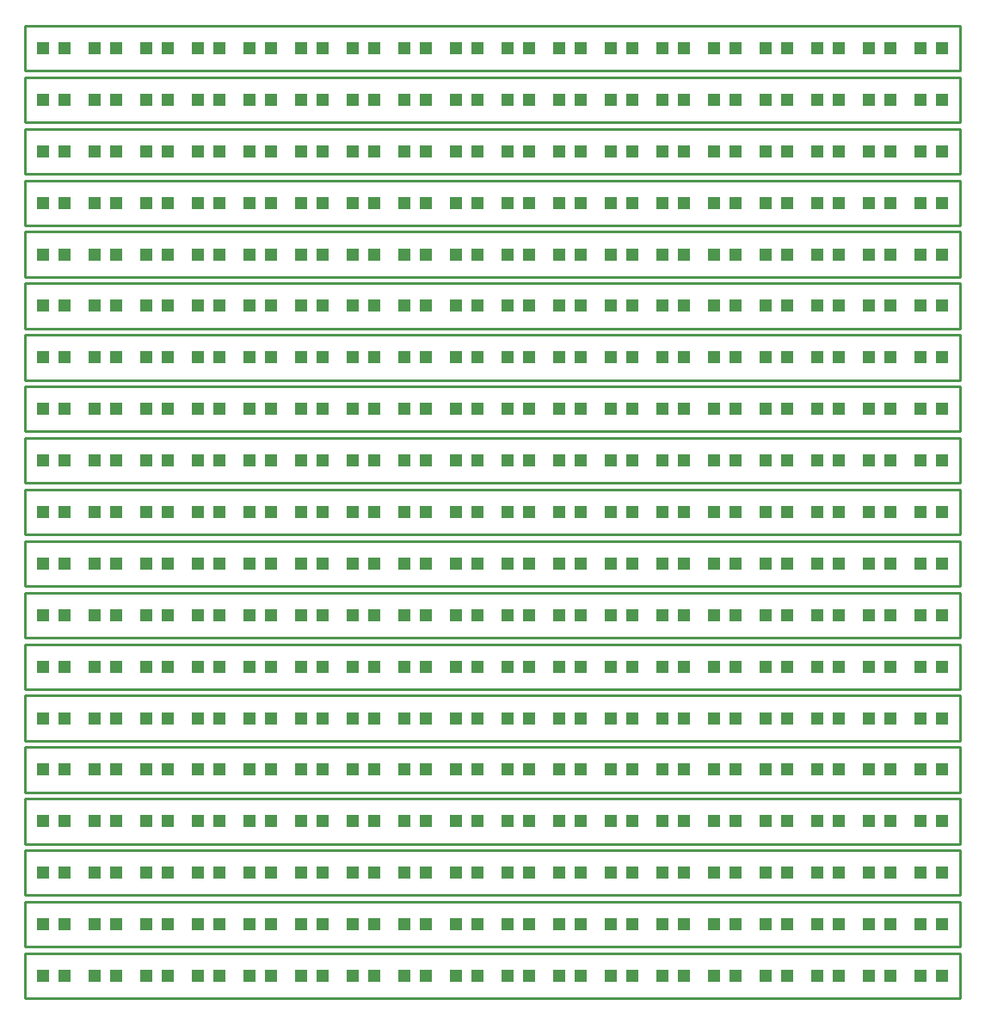
<source format=gts>
G75*
G70*
%OFA0B0*%
%FSLAX25Y25*%
%IPPOS*%
%LPD*%
%AMOC8*
5,1,8,0,0,1.08239X$1,22.5*
%
%ADD11C,0.01000*%
%ADD16R,0.05120X0.05120*%
X0010000Y0010000D02*
G75*
%LPD*%
D11*
X0010000Y0010000D02*
X0010000Y0027460D01*
X0372500Y0027460D01*
X0372500Y0010000D01*
X0010000Y0010000D01*
D16*
X0017120Y0018750D03*
X0025380Y0018750D03*
X0037120Y0018750D03*
X0045380Y0018750D03*
X0057120Y0018750D03*
X0065380Y0018750D03*
X0077120Y0018750D03*
X0085380Y0018750D03*
X0097120Y0018750D03*
X0105380Y0018750D03*
X0117120Y0018750D03*
X0125380Y0018750D03*
X0137120Y0018750D03*
X0145380Y0018750D03*
X0157120Y0018750D03*
X0165380Y0018750D03*
X0177120Y0018750D03*
X0185380Y0018750D03*
X0197120Y0018750D03*
X0205380Y0018750D03*
X0217120Y0018750D03*
X0225380Y0018750D03*
X0237120Y0018750D03*
X0245380Y0018750D03*
X0257120Y0018750D03*
X0265380Y0018750D03*
X0277120Y0018750D03*
X0285380Y0018750D03*
X0297120Y0018750D03*
X0305380Y0018750D03*
X0317120Y0018750D03*
X0325380Y0018750D03*
X0337120Y0018750D03*
X0345380Y0018750D03*
X0357120Y0018750D03*
X0365380Y0018750D03*
X0010000Y0029960D02*
G75*
%LPD*%
D11*
X0010000Y0029960D02*
X0010000Y0047420D01*
X0372500Y0047420D01*
X0372500Y0029960D01*
X0010000Y0029960D01*
D16*
X0017120Y0038710D03*
X0025380Y0038710D03*
X0037120Y0038710D03*
X0045380Y0038710D03*
X0057120Y0038710D03*
X0065380Y0038710D03*
X0077120Y0038710D03*
X0085380Y0038710D03*
X0097120Y0038710D03*
X0105380Y0038710D03*
X0117120Y0038710D03*
X0125380Y0038710D03*
X0137120Y0038710D03*
X0145380Y0038710D03*
X0157120Y0038710D03*
X0165380Y0038710D03*
X0177120Y0038710D03*
X0185380Y0038710D03*
X0197120Y0038710D03*
X0205380Y0038710D03*
X0217120Y0038710D03*
X0225380Y0038710D03*
X0237120Y0038710D03*
X0245380Y0038710D03*
X0257120Y0038710D03*
X0265380Y0038710D03*
X0277120Y0038710D03*
X0285380Y0038710D03*
X0297120Y0038710D03*
X0305380Y0038710D03*
X0317120Y0038710D03*
X0325380Y0038710D03*
X0337120Y0038710D03*
X0345380Y0038710D03*
X0357120Y0038710D03*
X0365380Y0038710D03*
X0010000Y0049920D02*
G75*
%LPD*%
D11*
X0010000Y0049920D02*
X0010000Y0067380D01*
X0372500Y0067380D01*
X0372500Y0049920D01*
X0010000Y0049920D01*
D16*
X0017120Y0058670D03*
X0025380Y0058670D03*
X0037120Y0058670D03*
X0045380Y0058670D03*
X0057120Y0058670D03*
X0065380Y0058670D03*
X0077120Y0058670D03*
X0085380Y0058670D03*
X0097120Y0058670D03*
X0105380Y0058670D03*
X0117120Y0058670D03*
X0125380Y0058670D03*
X0137120Y0058670D03*
X0145380Y0058670D03*
X0157120Y0058670D03*
X0165380Y0058670D03*
X0177120Y0058670D03*
X0185380Y0058670D03*
X0197120Y0058670D03*
X0205380Y0058670D03*
X0217120Y0058670D03*
X0225380Y0058670D03*
X0237120Y0058670D03*
X0245380Y0058670D03*
X0257120Y0058670D03*
X0265380Y0058670D03*
X0277120Y0058670D03*
X0285380Y0058670D03*
X0297120Y0058670D03*
X0305380Y0058670D03*
X0317120Y0058670D03*
X0325380Y0058670D03*
X0337120Y0058670D03*
X0345380Y0058670D03*
X0357120Y0058670D03*
X0365380Y0058670D03*
X0010000Y0069880D02*
G75*
%LPD*%
D11*
X0010000Y0069880D02*
X0010000Y0087340D01*
X0372500Y0087340D01*
X0372500Y0069880D01*
X0010000Y0069880D01*
D16*
X0017120Y0078630D03*
X0025380Y0078630D03*
X0037120Y0078630D03*
X0045380Y0078630D03*
X0057120Y0078630D03*
X0065380Y0078630D03*
X0077120Y0078630D03*
X0085380Y0078630D03*
X0097120Y0078630D03*
X0105380Y0078630D03*
X0117120Y0078630D03*
X0125380Y0078630D03*
X0137120Y0078630D03*
X0145380Y0078630D03*
X0157120Y0078630D03*
X0165380Y0078630D03*
X0177120Y0078630D03*
X0185380Y0078630D03*
X0197120Y0078630D03*
X0205380Y0078630D03*
X0217120Y0078630D03*
X0225380Y0078630D03*
X0237120Y0078630D03*
X0245380Y0078630D03*
X0257120Y0078630D03*
X0265380Y0078630D03*
X0277120Y0078630D03*
X0285380Y0078630D03*
X0297120Y0078630D03*
X0305380Y0078630D03*
X0317120Y0078630D03*
X0325380Y0078630D03*
X0337120Y0078630D03*
X0345380Y0078630D03*
X0357120Y0078630D03*
X0365380Y0078630D03*
X0010000Y0089840D02*
G75*
%LPD*%
D11*
X0010000Y0089840D02*
X0010000Y0107300D01*
X0372500Y0107300D01*
X0372500Y0089840D01*
X0010000Y0089840D01*
D16*
X0017120Y0098590D03*
X0025380Y0098590D03*
X0037120Y0098590D03*
X0045380Y0098590D03*
X0057120Y0098590D03*
X0065380Y0098590D03*
X0077120Y0098590D03*
X0085380Y0098590D03*
X0097120Y0098590D03*
X0105380Y0098590D03*
X0117120Y0098590D03*
X0125380Y0098590D03*
X0137120Y0098590D03*
X0145380Y0098590D03*
X0157120Y0098590D03*
X0165380Y0098590D03*
X0177120Y0098590D03*
X0185380Y0098590D03*
X0197120Y0098590D03*
X0205380Y0098590D03*
X0217120Y0098590D03*
X0225380Y0098590D03*
X0237120Y0098590D03*
X0245380Y0098590D03*
X0257120Y0098590D03*
X0265380Y0098590D03*
X0277120Y0098590D03*
X0285380Y0098590D03*
X0297120Y0098590D03*
X0305380Y0098590D03*
X0317120Y0098590D03*
X0325380Y0098590D03*
X0337120Y0098590D03*
X0345380Y0098590D03*
X0357120Y0098590D03*
X0365380Y0098590D03*
X0010000Y0109800D02*
G75*
%LPD*%
D11*
X0010000Y0109800D02*
X0010000Y0127260D01*
X0372500Y0127260D01*
X0372500Y0109800D01*
X0010000Y0109800D01*
D16*
X0017120Y0118550D03*
X0025380Y0118550D03*
X0037120Y0118550D03*
X0045380Y0118550D03*
X0057120Y0118550D03*
X0065380Y0118550D03*
X0077120Y0118550D03*
X0085380Y0118550D03*
X0097120Y0118550D03*
X0105380Y0118550D03*
X0117120Y0118550D03*
X0125380Y0118550D03*
X0137120Y0118550D03*
X0145380Y0118550D03*
X0157120Y0118550D03*
X0165380Y0118550D03*
X0177120Y0118550D03*
X0185380Y0118550D03*
X0197120Y0118550D03*
X0205380Y0118550D03*
X0217120Y0118550D03*
X0225380Y0118550D03*
X0237120Y0118550D03*
X0245380Y0118550D03*
X0257120Y0118550D03*
X0265380Y0118550D03*
X0277120Y0118550D03*
X0285380Y0118550D03*
X0297120Y0118550D03*
X0305380Y0118550D03*
X0317120Y0118550D03*
X0325380Y0118550D03*
X0337120Y0118550D03*
X0345380Y0118550D03*
X0357120Y0118550D03*
X0365380Y0118550D03*
X0010000Y0129760D02*
G75*
%LPD*%
D11*
X0010000Y0129760D02*
X0010000Y0147220D01*
X0372500Y0147220D01*
X0372500Y0129760D01*
X0010000Y0129760D01*
D16*
X0017120Y0138510D03*
X0025380Y0138510D03*
X0037120Y0138510D03*
X0045380Y0138510D03*
X0057120Y0138510D03*
X0065380Y0138510D03*
X0077120Y0138510D03*
X0085380Y0138510D03*
X0097120Y0138510D03*
X0105380Y0138510D03*
X0117120Y0138510D03*
X0125380Y0138510D03*
X0137120Y0138510D03*
X0145380Y0138510D03*
X0157120Y0138510D03*
X0165380Y0138510D03*
X0177120Y0138510D03*
X0185380Y0138510D03*
X0197120Y0138510D03*
X0205380Y0138510D03*
X0217120Y0138510D03*
X0225380Y0138510D03*
X0237120Y0138510D03*
X0245380Y0138510D03*
X0257120Y0138510D03*
X0265380Y0138510D03*
X0277120Y0138510D03*
X0285380Y0138510D03*
X0297120Y0138510D03*
X0305380Y0138510D03*
X0317120Y0138510D03*
X0325380Y0138510D03*
X0337120Y0138510D03*
X0345380Y0138510D03*
X0357120Y0138510D03*
X0365380Y0138510D03*
X0010000Y0149720D02*
G75*
%LPD*%
D11*
X0010000Y0149720D02*
X0010000Y0167180D01*
X0372500Y0167180D01*
X0372500Y0149720D01*
X0010000Y0149720D01*
D16*
X0017120Y0158470D03*
X0025380Y0158470D03*
X0037120Y0158470D03*
X0045380Y0158470D03*
X0057120Y0158470D03*
X0065380Y0158470D03*
X0077120Y0158470D03*
X0085380Y0158470D03*
X0097120Y0158470D03*
X0105380Y0158470D03*
X0117120Y0158470D03*
X0125380Y0158470D03*
X0137120Y0158470D03*
X0145380Y0158470D03*
X0157120Y0158470D03*
X0165380Y0158470D03*
X0177120Y0158470D03*
X0185380Y0158470D03*
X0197120Y0158470D03*
X0205380Y0158470D03*
X0217120Y0158470D03*
X0225380Y0158470D03*
X0237120Y0158470D03*
X0245380Y0158470D03*
X0257120Y0158470D03*
X0265380Y0158470D03*
X0277120Y0158470D03*
X0285380Y0158470D03*
X0297120Y0158470D03*
X0305380Y0158470D03*
X0317120Y0158470D03*
X0325380Y0158470D03*
X0337120Y0158470D03*
X0345380Y0158470D03*
X0357120Y0158470D03*
X0365380Y0158470D03*
X0010000Y0169680D02*
G75*
%LPD*%
D11*
X0010000Y0169680D02*
X0010000Y0187140D01*
X0372500Y0187140D01*
X0372500Y0169680D01*
X0010000Y0169680D01*
D16*
X0017120Y0178430D03*
X0025380Y0178430D03*
X0037120Y0178430D03*
X0045380Y0178430D03*
X0057120Y0178430D03*
X0065380Y0178430D03*
X0077120Y0178430D03*
X0085380Y0178430D03*
X0097120Y0178430D03*
X0105380Y0178430D03*
X0117120Y0178430D03*
X0125380Y0178430D03*
X0137120Y0178430D03*
X0145380Y0178430D03*
X0157120Y0178430D03*
X0165380Y0178430D03*
X0177120Y0178430D03*
X0185380Y0178430D03*
X0197120Y0178430D03*
X0205380Y0178430D03*
X0217120Y0178430D03*
X0225380Y0178430D03*
X0237120Y0178430D03*
X0245380Y0178430D03*
X0257120Y0178430D03*
X0265380Y0178430D03*
X0277120Y0178430D03*
X0285380Y0178430D03*
X0297120Y0178430D03*
X0305380Y0178430D03*
X0317120Y0178430D03*
X0325380Y0178430D03*
X0337120Y0178430D03*
X0345380Y0178430D03*
X0357120Y0178430D03*
X0365380Y0178430D03*
X0010000Y0189640D02*
G75*
%LPD*%
D11*
X0010000Y0189640D02*
X0010000Y0207100D01*
X0372500Y0207100D01*
X0372500Y0189640D01*
X0010000Y0189640D01*
D16*
X0017120Y0198390D03*
X0025380Y0198390D03*
X0037120Y0198390D03*
X0045380Y0198390D03*
X0057120Y0198390D03*
X0065380Y0198390D03*
X0077120Y0198390D03*
X0085380Y0198390D03*
X0097120Y0198390D03*
X0105380Y0198390D03*
X0117120Y0198390D03*
X0125380Y0198390D03*
X0137120Y0198390D03*
X0145380Y0198390D03*
X0157120Y0198390D03*
X0165380Y0198390D03*
X0177120Y0198390D03*
X0185380Y0198390D03*
X0197120Y0198390D03*
X0205380Y0198390D03*
X0217120Y0198390D03*
X0225380Y0198390D03*
X0237120Y0198390D03*
X0245380Y0198390D03*
X0257120Y0198390D03*
X0265380Y0198390D03*
X0277120Y0198390D03*
X0285380Y0198390D03*
X0297120Y0198390D03*
X0305380Y0198390D03*
X0317120Y0198390D03*
X0325380Y0198390D03*
X0337120Y0198390D03*
X0345380Y0198390D03*
X0357120Y0198390D03*
X0365380Y0198390D03*
X0010000Y0209600D02*
G75*
%LPD*%
D11*
X0010000Y0209600D02*
X0010000Y0227060D01*
X0372500Y0227060D01*
X0372500Y0209600D01*
X0010000Y0209600D01*
D16*
X0017120Y0218350D03*
X0025380Y0218350D03*
X0037120Y0218350D03*
X0045380Y0218350D03*
X0057120Y0218350D03*
X0065380Y0218350D03*
X0077120Y0218350D03*
X0085380Y0218350D03*
X0097120Y0218350D03*
X0105380Y0218350D03*
X0117120Y0218350D03*
X0125380Y0218350D03*
X0137120Y0218350D03*
X0145380Y0218350D03*
X0157120Y0218350D03*
X0165380Y0218350D03*
X0177120Y0218350D03*
X0185380Y0218350D03*
X0197120Y0218350D03*
X0205380Y0218350D03*
X0217120Y0218350D03*
X0225380Y0218350D03*
X0237120Y0218350D03*
X0245380Y0218350D03*
X0257120Y0218350D03*
X0265380Y0218350D03*
X0277120Y0218350D03*
X0285380Y0218350D03*
X0297120Y0218350D03*
X0305380Y0218350D03*
X0317120Y0218350D03*
X0325380Y0218350D03*
X0337120Y0218350D03*
X0345380Y0218350D03*
X0357120Y0218350D03*
X0365380Y0218350D03*
X0010000Y0229560D02*
G75*
%LPD*%
D11*
X0010000Y0229560D02*
X0010000Y0247020D01*
X0372500Y0247020D01*
X0372500Y0229560D01*
X0010000Y0229560D01*
D16*
X0017120Y0238310D03*
X0025380Y0238310D03*
X0037120Y0238310D03*
X0045380Y0238310D03*
X0057120Y0238310D03*
X0065380Y0238310D03*
X0077120Y0238310D03*
X0085380Y0238310D03*
X0097120Y0238310D03*
X0105380Y0238310D03*
X0117120Y0238310D03*
X0125380Y0238310D03*
X0137120Y0238310D03*
X0145380Y0238310D03*
X0157120Y0238310D03*
X0165380Y0238310D03*
X0177120Y0238310D03*
X0185380Y0238310D03*
X0197120Y0238310D03*
X0205380Y0238310D03*
X0217120Y0238310D03*
X0225380Y0238310D03*
X0237120Y0238310D03*
X0245380Y0238310D03*
X0257120Y0238310D03*
X0265380Y0238310D03*
X0277120Y0238310D03*
X0285380Y0238310D03*
X0297120Y0238310D03*
X0305380Y0238310D03*
X0317120Y0238310D03*
X0325380Y0238310D03*
X0337120Y0238310D03*
X0345380Y0238310D03*
X0357120Y0238310D03*
X0365380Y0238310D03*
X0010000Y0249520D02*
G75*
%LPD*%
D11*
X0010000Y0249520D02*
X0010000Y0266980D01*
X0372500Y0266980D01*
X0372500Y0249520D01*
X0010000Y0249520D01*
D16*
X0017120Y0258270D03*
X0025380Y0258270D03*
X0037120Y0258270D03*
X0045380Y0258270D03*
X0057120Y0258270D03*
X0065380Y0258270D03*
X0077120Y0258270D03*
X0085380Y0258270D03*
X0097120Y0258270D03*
X0105380Y0258270D03*
X0117120Y0258270D03*
X0125380Y0258270D03*
X0137120Y0258270D03*
X0145380Y0258270D03*
X0157120Y0258270D03*
X0165380Y0258270D03*
X0177120Y0258270D03*
X0185380Y0258270D03*
X0197120Y0258270D03*
X0205380Y0258270D03*
X0217120Y0258270D03*
X0225380Y0258270D03*
X0237120Y0258270D03*
X0245380Y0258270D03*
X0257120Y0258270D03*
X0265380Y0258270D03*
X0277120Y0258270D03*
X0285380Y0258270D03*
X0297120Y0258270D03*
X0305380Y0258270D03*
X0317120Y0258270D03*
X0325380Y0258270D03*
X0337120Y0258270D03*
X0345380Y0258270D03*
X0357120Y0258270D03*
X0365380Y0258270D03*
X0010000Y0269480D02*
G75*
%LPD*%
D11*
X0010000Y0269480D02*
X0010000Y0286940D01*
X0372500Y0286940D01*
X0372500Y0269480D01*
X0010000Y0269480D01*
D16*
X0017120Y0278230D03*
X0025380Y0278230D03*
X0037120Y0278230D03*
X0045380Y0278230D03*
X0057120Y0278230D03*
X0065380Y0278230D03*
X0077120Y0278230D03*
X0085380Y0278230D03*
X0097120Y0278230D03*
X0105380Y0278230D03*
X0117120Y0278230D03*
X0125380Y0278230D03*
X0137120Y0278230D03*
X0145380Y0278230D03*
X0157120Y0278230D03*
X0165380Y0278230D03*
X0177120Y0278230D03*
X0185380Y0278230D03*
X0197120Y0278230D03*
X0205380Y0278230D03*
X0217120Y0278230D03*
X0225380Y0278230D03*
X0237120Y0278230D03*
X0245380Y0278230D03*
X0257120Y0278230D03*
X0265380Y0278230D03*
X0277120Y0278230D03*
X0285380Y0278230D03*
X0297120Y0278230D03*
X0305380Y0278230D03*
X0317120Y0278230D03*
X0325380Y0278230D03*
X0337120Y0278230D03*
X0345380Y0278230D03*
X0357120Y0278230D03*
X0365380Y0278230D03*
X0010000Y0289440D02*
G75*
%LPD*%
D11*
X0010000Y0289440D02*
X0010000Y0306900D01*
X0372500Y0306900D01*
X0372500Y0289440D01*
X0010000Y0289440D01*
D16*
X0017120Y0298190D03*
X0025380Y0298190D03*
X0037120Y0298190D03*
X0045380Y0298190D03*
X0057120Y0298190D03*
X0065380Y0298190D03*
X0077120Y0298190D03*
X0085380Y0298190D03*
X0097120Y0298190D03*
X0105380Y0298190D03*
X0117120Y0298190D03*
X0125380Y0298190D03*
X0137120Y0298190D03*
X0145380Y0298190D03*
X0157120Y0298190D03*
X0165380Y0298190D03*
X0177120Y0298190D03*
X0185380Y0298190D03*
X0197120Y0298190D03*
X0205380Y0298190D03*
X0217120Y0298190D03*
X0225380Y0298190D03*
X0237120Y0298190D03*
X0245380Y0298190D03*
X0257120Y0298190D03*
X0265380Y0298190D03*
X0277120Y0298190D03*
X0285380Y0298190D03*
X0297120Y0298190D03*
X0305380Y0298190D03*
X0317120Y0298190D03*
X0325380Y0298190D03*
X0337120Y0298190D03*
X0345380Y0298190D03*
X0357120Y0298190D03*
X0365380Y0298190D03*
X0010000Y0309400D02*
G75*
%LPD*%
D11*
X0010000Y0309400D02*
X0010000Y0326860D01*
X0372500Y0326860D01*
X0372500Y0309400D01*
X0010000Y0309400D01*
D16*
X0017120Y0318150D03*
X0025380Y0318150D03*
X0037120Y0318150D03*
X0045380Y0318150D03*
X0057120Y0318150D03*
X0065380Y0318150D03*
X0077120Y0318150D03*
X0085380Y0318150D03*
X0097120Y0318150D03*
X0105380Y0318150D03*
X0117120Y0318150D03*
X0125380Y0318150D03*
X0137120Y0318150D03*
X0145380Y0318150D03*
X0157120Y0318150D03*
X0165380Y0318150D03*
X0177120Y0318150D03*
X0185380Y0318150D03*
X0197120Y0318150D03*
X0205380Y0318150D03*
X0217120Y0318150D03*
X0225380Y0318150D03*
X0237120Y0318150D03*
X0245380Y0318150D03*
X0257120Y0318150D03*
X0265380Y0318150D03*
X0277120Y0318150D03*
X0285380Y0318150D03*
X0297120Y0318150D03*
X0305380Y0318150D03*
X0317120Y0318150D03*
X0325380Y0318150D03*
X0337120Y0318150D03*
X0345380Y0318150D03*
X0357120Y0318150D03*
X0365380Y0318150D03*
X0010000Y0329360D02*
G75*
%LPD*%
D11*
X0010000Y0329360D02*
X0010000Y0346820D01*
X0372500Y0346820D01*
X0372500Y0329360D01*
X0010000Y0329360D01*
D16*
X0017120Y0338110D03*
X0025380Y0338110D03*
X0037120Y0338110D03*
X0045380Y0338110D03*
X0057120Y0338110D03*
X0065380Y0338110D03*
X0077120Y0338110D03*
X0085380Y0338110D03*
X0097120Y0338110D03*
X0105380Y0338110D03*
X0117120Y0338110D03*
X0125380Y0338110D03*
X0137120Y0338110D03*
X0145380Y0338110D03*
X0157120Y0338110D03*
X0165380Y0338110D03*
X0177120Y0338110D03*
X0185380Y0338110D03*
X0197120Y0338110D03*
X0205380Y0338110D03*
X0217120Y0338110D03*
X0225380Y0338110D03*
X0237120Y0338110D03*
X0245380Y0338110D03*
X0257120Y0338110D03*
X0265380Y0338110D03*
X0277120Y0338110D03*
X0285380Y0338110D03*
X0297120Y0338110D03*
X0305380Y0338110D03*
X0317120Y0338110D03*
X0325380Y0338110D03*
X0337120Y0338110D03*
X0345380Y0338110D03*
X0357120Y0338110D03*
X0365380Y0338110D03*
X0010000Y0349320D02*
G75*
%LPD*%
D11*
X0010000Y0349320D02*
X0010000Y0366780D01*
X0372500Y0366780D01*
X0372500Y0349320D01*
X0010000Y0349320D01*
D16*
X0017120Y0358070D03*
X0025380Y0358070D03*
X0037120Y0358070D03*
X0045380Y0358070D03*
X0057120Y0358070D03*
X0065380Y0358070D03*
X0077120Y0358070D03*
X0085380Y0358070D03*
X0097120Y0358070D03*
X0105380Y0358070D03*
X0117120Y0358070D03*
X0125380Y0358070D03*
X0137120Y0358070D03*
X0145380Y0358070D03*
X0157120Y0358070D03*
X0165380Y0358070D03*
X0177120Y0358070D03*
X0185380Y0358070D03*
X0197120Y0358070D03*
X0205380Y0358070D03*
X0217120Y0358070D03*
X0225380Y0358070D03*
X0237120Y0358070D03*
X0245380Y0358070D03*
X0257120Y0358070D03*
X0265380Y0358070D03*
X0277120Y0358070D03*
X0285380Y0358070D03*
X0297120Y0358070D03*
X0305380Y0358070D03*
X0317120Y0358070D03*
X0325380Y0358070D03*
X0337120Y0358070D03*
X0345380Y0358070D03*
X0357120Y0358070D03*
X0365380Y0358070D03*
X0010000Y0369280D02*
G75*
%LPD*%
D11*
X0010000Y0369280D02*
X0010000Y0386740D01*
X0372500Y0386740D01*
X0372500Y0369280D01*
X0010000Y0369280D01*
D16*
X0017120Y0378030D03*
X0025380Y0378030D03*
X0037120Y0378030D03*
X0045380Y0378030D03*
X0057120Y0378030D03*
X0065380Y0378030D03*
X0077120Y0378030D03*
X0085380Y0378030D03*
X0097120Y0378030D03*
X0105380Y0378030D03*
X0117120Y0378030D03*
X0125380Y0378030D03*
X0137120Y0378030D03*
X0145380Y0378030D03*
X0157120Y0378030D03*
X0165380Y0378030D03*
X0177120Y0378030D03*
X0185380Y0378030D03*
X0197120Y0378030D03*
X0205380Y0378030D03*
X0217120Y0378030D03*
X0225380Y0378030D03*
X0237120Y0378030D03*
X0245380Y0378030D03*
X0257120Y0378030D03*
X0265380Y0378030D03*
X0277120Y0378030D03*
X0285380Y0378030D03*
X0297120Y0378030D03*
X0305380Y0378030D03*
X0317120Y0378030D03*
X0325380Y0378030D03*
X0337120Y0378030D03*
X0345380Y0378030D03*
X0357120Y0378030D03*
X0365380Y0378030D03*
M02*

</source>
